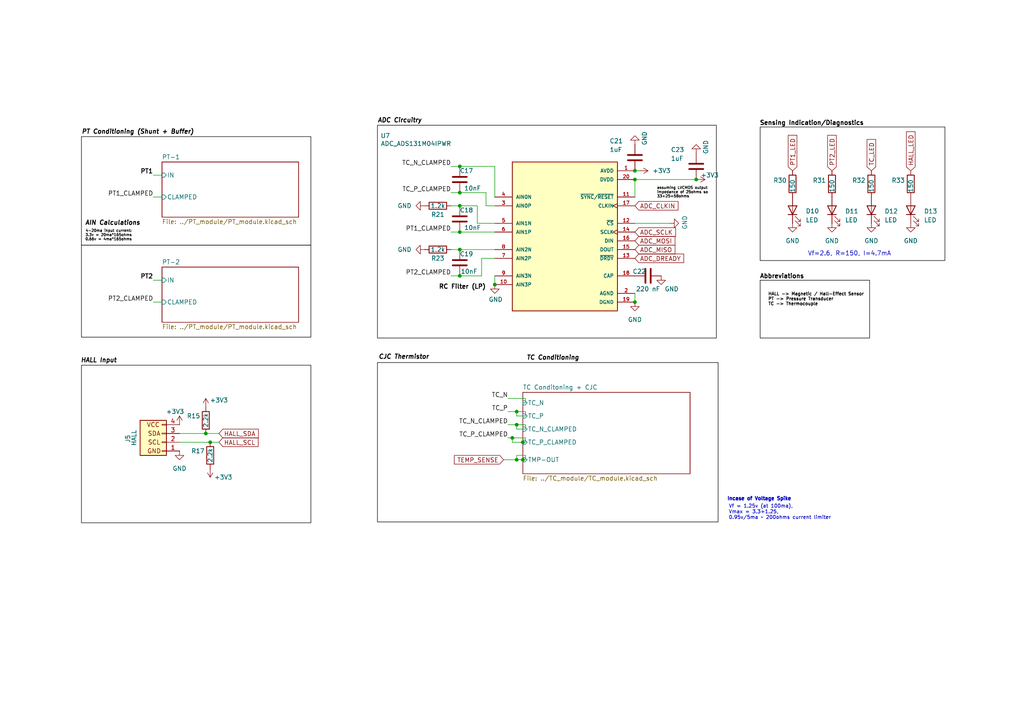
<source format=kicad_sch>
(kicad_sch (version 20231120) (generator "eeschema") (generator_version "8.0")
  (paper "A4")
  (title_block (title "ULC Board Sensor Circuitry") (rev "A") (company "Queen's Rocket Engineering Team") (comment 1 "Jeevan Sanchez"))
  (lib_symbols
    (symbol "ADS131M04:ADS131M04IPWR" (pin_names (offset 1.016))
      (property "Reference" "U" (at -15.24 23.86 0))
      (property "Value" "ADS131M04IPWR" (at -15.24 -24.32 0))
      (symbol "ADS131M04IPWR_0_0"
        (rectangle (start -15.24 -20.32) (end 15.24 22.86) (stroke (width 0.254)) (fill (type background)))
        (pin power_in line (at 20.32 20.32 180) (length 5.08) (name "AVDD") (number "1"))
        (pin input line (at -20.32 -12.7 0) (length 5.08) (name "AIN3P") (number "10"))
        (pin input line (at 20.32 12.7 180) (length 5.08) (name "~{SYNC}/~{RESET}") (number "11"))
        (pin input line (at 20.32 5.08 180) (length 5.08) (name "~{CS}") (number "12"))
        (pin output line (at 20.32 -5.08 180) (length 5.08) (name "~{DRDY}") (number "13"))
        (pin input clock (at 20.32 2.54 180) (length 5.08) (name "SCLK") (number "14"))
        (pin output line (at 20.32 -2.54 180) (length 5.08) (name "DOUT") (number "15"))
        (pin input line (at 20.32 0 180) (length 5.08) (name "DIN") (number "16"))
        (pin input clock (at 20.32 10.16 180) (length 5.08) (name "CLKIN") (number "17"))
        (pin output line (at 20.32 -10.16 180) (length 5.08) (name "CAP") (number "18"))
        (pin power_in line (at 20.32 -17.78 180) (length 5.08) (name "DGND") (number "19"))
        (pin power_in line (at 20.32 -15.24 180) (length 5.08) (name "AGND") (number "2"))
        (pin power_in line (at 20.32 17.78 180) (length 5.08) (name "DVDD") (number "20"))
        (pin input line (at -20.32 10.16 0) (length 5.08) (name "AIN0P") (number "3"))
        (pin input line (at -20.32 12.7 0) (length 5.08) (name "AIN0N") (number "4"))
        (pin input line (at -20.32 5.08 0) (length 5.08) (name "AIN1N") (number "5"))
        (pin input line (at -20.32 2.54 0) (length 5.08) (name "AIN1P") (number "6"))
        (pin input line (at -20.32 -5.08 0) (length 5.08) (name "AIN2P") (number "7"))
        (pin input line (at -20.32 -2.54 0) (length 5.08) (name "AIN2N") (number "8"))
        (pin input line (at -20.32 -10.16 0) (length 5.08) (name "AIN3N") (number "9"))
      )
    )
    (symbol "Connector_Generic:Conn_01x04" (pin_names (offset 1.016) hide)
      (property "Reference" "J2" (at 9.906 -1.016 90))
      (property "Value" "HALL" (at 8.128 -1.27 90))
      (symbol "Conn_01x04_1_1"
        (rectangle (start -1.27 -4.953) (end 0 -5.207) (stroke (width 0.1524)))
        (rectangle (start -1.27 -2.413) (end 0 -2.667) (stroke (width 0.1524)))
        (rectangle (start -1.27 0.127) (end 0 -0.127) (stroke (width 0.1524)))
        (rectangle (start -1.27 2.667) (end 0 2.413) (stroke (width 0.1524)))
        (rectangle (start -1.27 3.81) (end 6.35 -6.35) (stroke (width 0.254)) (fill (type background)))
        (text "GND" (at 2.286 2.54 0) (effects (font (size 1.27 1.27))))
        (text "SCL\n" (at 2.286 0 0) (effects (font (size 1.27 1.27))))
        (text "SDA\n" (at 2.286 -2.54 0) (effects (font (size 1.27 1.27))))
        (text "VCC\n" (at 2.54 -5.08 0) (effects (font (size 1.27 1.27))))
        (pin passive line (at -5.08 2.54 0) (length 3.81) (name "Pin_1") (number "1"))
        (pin passive line (at -5.08 0 0) (length 3.81) (name "Pin_2") (number "2"))
        (pin passive line (at -5.08 -2.54 0) (length 3.81) (name "Pin_3") (number "3"))
        (pin passive line (at -5.08 -5.08 0) (length 3.81) (name "Pin_4") (number "4"))
      )
    )
    (symbol "Device:C" (pin_numbers hide) (pin_names (offset 0.254))
      (property "Reference" "C" (at 0.635 2.54 0))
      (property "Value" "C" (at 0.635 -2.54 0))
      (symbol "C_0_1"
        (polyline (pts (xy -2.032 -0.762) (xy 2.032 -0.762)) (stroke (width 0.508)))
        (polyline (pts (xy -2.032 0.762) (xy 2.032 0.762)) (stroke (width 0.508)))
      )
      (symbol "C_1_1"
        (pin passive line (at 0 3.81 270) (length 2.794) (name "~") (number "1"))
        (pin passive line (at 0 -3.81 90) (length 2.794) (name "~") (number "2"))
      )
    )
    (symbol "Device:LED" (pin_numbers hide) (pin_names (offset 1.016) hide)
      (property "Reference" "D" (at 0 2.54 0))
      (property "Value" "LED" (at 0 -2.54 0))
      (symbol "LED_0_1"
        (polyline (pts (xy -1.27 -1.27) (xy -1.27 1.27)) (stroke (width 0.254)))
        (polyline (pts (xy -1.27 0) (xy 1.27 0)))
        (polyline (pts (xy 1.27 -1.27) (xy 1.27 1.27) (xy -1.27 0) (xy 1.27 -1.27)) (stroke (width 0.254)))
        (polyline (pts (xy -3.048 -0.762) (xy -4.572 -2.286) (xy -3.81 -2.286) (xy -4.572 -2.286) (xy -4.572 -1.524)))
        (polyline (pts (xy -1.778 -0.762) (xy -3.302 -2.286) (xy -2.54 -2.286) (xy -3.302 -2.286) (xy -3.302 -1.524)))
      )
      (symbol "LED_1_1"
        (pin passive line (at -3.81 0 0) (length 2.54) (name "K") (number "1"))
        (pin passive line (at 3.81 0 180) (length 2.54) (name "A") (number "2"))
      )
    )
    (symbol "Device:R" (pin_numbers hide) (pin_names (offset 0))
      (property "Reference" "R" (at 2.032 0 90))
      (property "Value" "R" (at 0 0 90))
      (symbol "R_0_1"
        (rectangle (start -1.016 -2.54) (end 1.016 2.54) (stroke (width 0.254)))
      )
      (symbol "R_1_1"
        (pin passive line (at 0 3.81 270) (length 1.27) (name "~") (number "1"))
        (pin passive line (at 0 -3.81 90) (length 1.27) (name "~") (number "2"))
      )
    )
    (symbol "power:+3V3" (power) (pin_numbers hide) (pin_names (offset 0) hide)
      (property "Value" "+3V3" (at 0 3.556 0))
      (symbol "+3V3_0_1"
        (polyline (pts (xy -0.762 1.27) (xy 0 2.54)))
        (polyline (pts (xy 0 0) (xy 0 2.54)))
        (polyline (pts (xy 0 2.54) (xy 0.762 1.27)))
      )
      (symbol "+3V3_1_1"
        (pin power_in line (at 0 0 90) (length 0) (name "~") (number "1"))
      )
    )
    (symbol "power:GND" (power) (pin_numbers hide) (pin_names (offset 0) hide)
      (property "Value" "GND" (at 0 -3.81 0))
      (symbol "GND_0_1"
        (polyline (pts (xy 0 0) (xy 0 -1.27) (xy 1.27 -1.27) (xy 0 -2.54) (xy -1.27 -1.27) (xy 0 -1.27)))
      )
      (symbol "GND_1_1"
        (pin power_in line (at 0 0 270) (length 0) (name "~") (number "1"))
      )
    )
  )
  (junction (at 59.69 125.73))
  (junction (at 133.35 80.01))
  (junction (at 60.96 128.27))
  (junction (at 184.15 52.07))
  (junction (at 151.638 128.27))
  (junction (at 149.86 133.35))
  (junction (at 149.86 119.38))
  (junction (at 133.35 55.88))
  (junction (at 184.15 87.63))
  (junction (at 201.93 52.07))
  (junction (at 133.35 67.31))
  (junction (at 143.51 82.55))
  (junction (at 133.35 59.69))
  (junction (at 151.638 133.35))
  (junction (at 149.86 123.19))
  (junction (at 133.35 48.26))
  (junction (at 148.59 127))
  (junction (at 133.35 72.39))
  (junction (at 184.15 49.53))
  (bus_entry (at 186.69 -88.9) (size 2.54 2.54))
  (wire (pts (xy 143.51 80.01) (xy 143.51 82.55)))
  (wire (pts (xy 148.59 128.27) (xy 151.638 128.27)))
  (wire (pts (xy 130.81 80.01) (xy 133.35 80.01)))
  (wire (pts (xy 152.4 119.38) (xy 152.4 120.65)))
  (wire (pts (xy 184.15 52.07) (xy 184.15 57.15)))
  (wire (pts (xy 130.81 48.26) (xy 133.35 48.26)))
  (wire (pts (xy 52.07 128.27) (xy 60.96 128.27)))
  (wire (pts (xy 149.86 119.38) (xy 152.4 119.38)))
  (wire (pts (xy 152.4 124.46) (xy 152.4 123.19)))
  (wire (pts (xy 151.638 116.84) (xy 152.4 116.84)))
  (wire (pts (xy 149.86 120.65) (xy 152.4 120.65)))
  (wire (pts (xy 149.86 123.19) (xy 152.4 123.19)))
  (wire (pts (xy 185.42 49.53) (xy 184.15 49.53)))
  (wire (pts (xy 130.81 59.69) (xy 133.35 59.69)))
  (wire (pts (xy 147.32 119.38) (xy 149.86 119.38)))
  (wire (pts (xy 59.69 125.73) (xy 63.5 125.73)))
  (wire (pts (xy 52.07 125.73) (xy 59.69 125.73)))
  (wire (pts (xy 139.7 74.93) (xy 143.51 74.93)))
  (wire (pts (xy 60.96 128.27) (xy 63.5 128.27)))
  (wire (pts (xy 140.97 55.88) (xy 140.97 59.69)))
  (wire (pts (xy 140.97 59.69) (xy 143.51 59.69)))
  (wire (pts (xy 194.31 64.77) (xy 184.15 64.77)))
  (wire (pts (xy 151.638 128.27) (xy 152.4 128.27)))
  (wire (pts (xy 148.59 128.27) (xy 148.59 127)))
  (wire (pts (xy 133.35 80.01) (xy 139.7 80.01)))
  (wire (pts (xy 152.4 133.35) (xy 152.4 132.08)))
  (wire (pts (xy 151.638 133.35) (xy 152.4 133.35)))
  (wire (pts (xy 130.81 72.39) (xy 133.35 72.39)))
  (wire (pts (xy 143.51 48.26) (xy 143.51 57.15)))
  (wire (pts (xy 152.4 116.84) (xy 152.4 115.57)))
  (wire (pts (xy 184.15 85.09) (xy 184.15 87.63)))
  (wire (pts (xy 138.43 64.77) (xy 143.51 64.77)))
  (wire (pts (xy 149.86 132.08) (xy 149.86 133.35)))
  (wire (pts (xy 147.32 127) (xy 148.59 127)))
  (wire (pts (xy 146.05 133.35) (xy 149.86 133.35)))
  (wire (pts (xy 152.4 127) (xy 148.59 127)))
  (wire (pts (xy 133.35 59.69) (xy 138.43 59.69)))
  (wire (pts (xy 149.86 120.65) (xy 149.86 119.38)))
  (wire (pts (xy 133.35 67.31) (xy 143.51 67.31)))
  (wire (pts (xy 130.81 55.88) (xy 133.35 55.88)))
  (wire (pts (xy 184.15 52.07) (xy 201.93 52.07)))
  (wire (pts (xy 149.86 124.46) (xy 152.4 124.46)))
  (wire (pts (xy 133.35 55.88) (xy 140.97 55.88)))
  (wire (pts (xy 149.86 123.19) (xy 149.86 124.46)))
  (wire (pts (xy 44.45 87.63) (xy 46.99 87.63)))
  (wire (pts (xy 44.45 57.15) (xy 46.99 57.15)))
  (wire (pts (xy 147.32 123.19) (xy 149.86 123.19)))
  (wire (pts (xy 149.86 133.35) (xy 151.638 133.35)))
  (wire (pts (xy 44.45 81.28) (xy 46.99 81.28)))
  (wire (pts (xy 44.45 50.8) (xy 46.99 50.8)))
  (wire (pts (xy 130.81 67.31) (xy 133.35 67.31)))
  (wire (pts (xy 133.35 48.26) (xy 143.51 48.26)))
  (wire (pts (xy 138.43 59.69) (xy 138.43 64.77)))
  (wire (pts (xy 152.4 128.27) (xy 152.4 127)))
  (wire (pts (xy 139.7 80.01) (xy 139.7 74.93)))
  (wire (pts (xy 152.4 132.08) (xy 149.86 132.08)))
  (wire (pts (xy 147.32 115.57) (xy 152.4 115.57)))
  (wire (pts (xy 133.35 72.39) (xy 143.51 72.39)))
  (rectangle (start 220.472 36.83) (end 274.066 75.565) (stroke (width 0) (color 0 0 0 1)))
  (rectangle (start 109.474 105.156) (end 208.28 151.384) (stroke (width 0) (color 0 0 0 1)))
  (rectangle (start 220.472 81.28) (end 252.222 98.044) (stroke (width 0) (color 0 0 0 1)))
  (rectangle (start 23.622 71.12) (end 90.17 97.79) (stroke (width 0) (color 0 0 0 1)))
  (rectangle (start 23.622 105.918) (end 90.17 151.638) (stroke (width 0) (color 0 0 0 1)))
  (rectangle (start 109.474 36.322) (end 207.772 98.044) (stroke (width 0) (color 0 0 0 1)))
  (rectangle (start 23.622 39.624) (end 90.17 71.12) (stroke (width 0) (color 0 0 0 1)))
  (text "assuming LVCMOS output \nimpedance of 25ohms so \n33+25=58ohms" (at 190.5 55.88 0) (effects (font (size 0.762 0.762)) (justify left)))
  (text "TC Conditioning" (at 152.654 103.886 0) (effects (font (size 1.27 1.27) (thickness 0.254) (bold yes) (italic yes)) (justify left)))
  (text "AIN Calculations" (at 24.638 64.77 0) (effects (font (size 1.27 1.27) (thickness 0.254) (bold yes) (italic yes)) (justify left)))
  (text "Vf = 1.25v (at 100ma),\nVmax = 3.3+1.25,\n0.95v/5ma ~ 200ohms current limiter" (at 211.328 148.59 0) (effects (font (size 1.016 1.016)) (justify left)))
  (text "CJC Thermistor" (at 109.728 103.632 0) (effects (font (size 1.27 1.27) (thickness 0.254) (bold yes) (italic yes)) (justify left)))
  (text "Sensing Indication/Diagnostics" (at 235.458 35.814 0) (effects (font (size 1.27 1.27) (thickness 0.254) (bold yes))))
  (text "PT Conditioning (Shunt + Buffer)" (at 23.622 38.354 0) (effects (font (size 1.27 1.27) (thickness 0.254) (bold yes) (italic yes)) (justify left)))
  (text "RC Filter (LP)" (at 134.112 83.312 0) (effects (font (size 1.27 1.27) (thickness 0.254) (bold yes))))
  (text "HALL -> Magnetic / Hall-Effect Sensor\nPT -> Pressure Transducer\nTC -> Thermocouple\n" (at 222.758 86.868 0) (effects (font (size 0.889 0.889) (thickness 0.1778) (bold yes)) (justify left)))
  (text "4-20ma input current:\n3.3v = 20ma*165ohms\n0.66v = 4ma*165ohms" (at 31.496 68.326 0) (effects (font (size 0.762 0.762))))
  (text "Incase of Voltage Spike" (at 220.218 144.78 0) (effects (font (size 1.016 1.016) (thickness 0.254) (bold yes))))
  (text "Abbreviations" (at 226.822 80.264 0) (effects (font (size 1.27 1.27) (thickness 0.254) (bold yes))))
  (text "ADC Circuitry" (at 109.474 35.052 0) (effects (font (size 1.27 1.27) (thickness 0.254) (bold yes) (italic yes)) (justify left)))
  (text "Vf=2.6, R=150, I=4.7mA" (at 246.38 73.66 0) (effects (font (size 1.27 1.27))))
  (text "HALL Input" (at 23.368 104.648 0) (effects (font (size 1.27 1.27) (thickness 0.254) (bold yes) (italic yes)) (justify left)))
  (label "TC_N" (at 147.32 115.57 180))
  (label "TC_N_CLAMPED" (at 147.32 123.19 180))
  (label "PT2_CLAMPED" (at 44.45 87.63 180))
  (label "PT1_CLAMPED" (at 130.81 67.31 180))
  (label "TC_P_CLAMPED" (at 147.32 127 180))
  (label "TC_N_CLAMPED" (at 130.81 48.26 180))
  (label "PT1_CLAMPED" (at 44.45 57.15 180))
  (label "PT2" (at 44.45 81.28 180) (effects (font (thickness 0.254) (bold yes))))
  (label "TC_P_CLAMPED" (at 130.81 55.88 180))
  (label "PT2_CLAMPED" (at 130.81 80.01 180))
  (label "PT1" (at 44.45 50.8 180) (effects (font (thickness 0.254) (bold yes))))
  (label "TC_P" (at 147.32 119.38 180))
  (global_label "PT1_LED" (shape input) (at 229.87 49.53 90) (property "Intersheetrefs" "${INTERSHEET_REFS}" (effects (hide yes))))
  (global_label "ADC_SCLK" (shape input) (at 184.15 67.31 0) (property "Intersheetrefs" "${INTERSHEET_REFS}" (effects (hide yes))))
  (global_label "ADC_DREADY" (shape input) (at 184.15 74.93 0) (property "Intersheetrefs" "${INTERSHEET_REFS}" (effects (hide yes))))
  (global_label "TC_LED" (shape input) (at 252.73 49.53 90) (property "Intersheetrefs" "${INTERSHEET_REFS}" (effects (hide yes))))
  (global_label "HALL_LED" (shape input) (at 264.16 49.53 90) (property "Intersheetrefs" "${INTERSHEET_REFS}" (effects (hide yes))))
  (global_label "HALL_SDA" (shape input) (at 63.5 125.73 0) (property "Intersheetrefs" "${INTERSHEET_REFS}" (effects (hide yes))))
  (global_label "ADC_MISO" (shape input) (at 184.15 72.39 0) (property "Intersheetrefs" "${INTERSHEET_REFS}" (effects (hide yes))))
  (global_label "ADC_CLKIN" (shape input) (at 184.15 59.69 0) (property "Intersheetrefs" "${INTERSHEET_REFS}" (effects (hide yes))))
  (global_label "ADC_MOSI" (shape input) (at 184.15 69.85 0) (property "Intersheetrefs" "${INTERSHEET_REFS}" (effects (hide yes))))
  (global_label "TEMP_SENSE" (shape input) (at 146.05 133.35 180) (property "Intersheetrefs" "${INTERSHEET_REFS}" (effects (hide yes))))
  (global_label "PT2_LED" (shape input) (at 241.3 49.53 90) (property "Intersheetrefs" "${INTERSHEET_REFS}" (effects (hide yes))))
  (global_label "HALL_SCL" (shape input) (at 63.5 128.27 0) (property "Intersheetrefs" "${INTERSHEET_REFS}" (effects (hide yes))))
  (symbol (lib_id "power:GND") (at 252.73 64.77 0) (unit 1)
    (property "Reference" "#PWR076" (effects (hide yes)))
    (property "Value" "GND" (at 252.73 69.85 0))
    (property "Description" "Power symbol creates a global label with name \"GND\" , ground" (effects (hide yes)))
  )
  (symbol (lib_id "power:GND") (at 229.87 64.77 0) (unit 1)
    (property "Reference" "#PWR073" (effects (hide yes)))
    (property "Value" "GND" (at 229.87 69.85 0))
    (property "Description" "Power symbol creates a global label with name \"GND\" , ground" (effects (hide yes)))
  )
  (symbol (lib_id "Device:LED") (at 241.3 60.96 90) (unit 1)
    (property "Reference" "D11" (at 245.11 61.2774 90) (effects (justify right)))
    (property "Value" "LED" (at 245.11 63.8174 90) (effects (justify right)))
    (property "Footprint" "LED_SMD:LED_0603_1608Metric" (effects (hide yes)))
    (property "Description" "Light emitting diode" (effects (hide yes)))
    (property "LCSC" "C2290" (effects (hide yes)))
  )
  (symbol (lib_id "Device:R") (at 127 72.39 90) (unit 1)
    (property "Reference" "R23" (at 127 74.93 90))
    (property "Value" "1.2k" (at 127 72.39 90))
    (property "Footprint" "Resistor_SMD:R_0603_1608Metric" (effects (hide yes)))
    (property "Description" "Resistor" (effects (hide yes)))
    (property "LCSC" "C22765" (effects (hide yes)))
  )
  (symbol (lib_id "Device:C") (at 201.93 48.26 0) (unit 1)
    (property "Reference" "C23" (at 194.564 43.434 0) (effects (justify left)))
    (property "Value" "1uF" (at 194.564 45.974 0) (effects (justify left)))
    (property "Footprint" "Capacitor_SMD:C_0603_1608Metric" (effects (hide yes)))
    (property "Description" "Unpolarized capacitor" (effects (hide yes)))
    (property "LCSC" "C15849" (effects (hide yes)))
  )
  (symbol (lib_id "Device:C") (at 133.35 76.2 0) (unit 1)
    (property "Reference" "C19" (at 133.35 73.66 0) (effects (justify left)))
    (property "Value" "10nF" (at 133.604 78.74 0) (effects (justify left)))
    (property "Footprint" "Capacitor_SMD:C_0603_1608Metric" (effects (hide yes)))
    (property "Description" "C0G Unpolarized capacitor" (effects (hide yes)))
    (property "LCSC" "C76599" (effects (hide yes)))
  )
  (symbol (lib_id "power:GND") (at 194.31 64.77 90) (unit 1)
    (property "Reference" "#PWR067" (effects (hide yes)))
    (property "Value" "GND" (at 198.628 62.484 0) (effects (justify right)))
    (property "Datasheet" "https://www.ti.com/lit/ds/symlink/drv5055.pdf?HQS=dis-dk-null-digikeymode-dsf-pf-null-wwe&ts=1641231273160" (effects (hide yes)))
    (property "Description" "Hall effect sensor." (effects (hide yes)))
  )
  (symbol (lib_id "Device:LED") (at 229.87 60.96 90) (unit 1)
    (property "Reference" "D10" (at 233.68 61.214 90) (effects (justify right)))
    (property "Value" "LED" (at 233.68 63.8174 90) (effects (justify right)))
    (property "Footprint" "LED_SMD:LED_0603_1608Metric" (effects (hide yes)))
    (property "Description" "Light emitting diode" (effects (hide yes)))
    (property "LCSC" "C2290" (effects (hide yes)))
  )
  (symbol (lib_id "Device:LED") (at 252.73 60.96 90) (unit 1)
    (property "Reference" "D12" (at 256.54 61.2774 90) (effects (justify right)))
    (property "Value" "LED" (at 256.54 63.8174 90) (effects (justify right)))
    (property "Footprint" "LED_SMD:LED_0603_1608Metric" (effects (hide yes)))
    (property "Description" "Light emitting diode" (effects (hide yes)))
    (property "LCSC" "C2290" (effects (hide yes)))
  )
  (symbol (lib_id "Device:C") (at 133.35 63.5 0) (unit 1)
    (property "Reference" "C18" (at 133.35 60.96 0) (effects (justify left)))
    (property "Value" "10nF" (at 134.62 66.04 0) (effects (justify left)))
    (property "Footprint" "Capacitor_SMD:C_0603_1608Metric" (effects (hide yes)))
    (property "Description" "C0G Unpolarized capacitor" (effects (hide yes)))
    (property "LCSC" "C76599" (effects (hide yes)))
  )
  (symbol (lib_id "power:GND") (at 143.51 82.55 0) (unit 1)
    (property "Reference" "#PWR061" (effects (hide yes)))
    (property "Value" "GND" (at 145.796 86.868 0) (effects (justify right)))
    (property "Datasheet" "https://www.ti.com/lit/ds/symlink/drv5055.pdf?HQS=dis-dk-null-digikeymode-dsf-pf-null-wwe&ts=1641231273160" (effects (hide yes)))
    (property "Description" "Hall effect sensor." (effects (hide yes)))
  )
  (symbol (lib_id "ADS131M04:ADS131M04IPWR") (at 163.83 69.85 0) (unit 1)
    (property "Reference" "U7" (at 111.76 39.37 0))
    (property "Value" "ADC_ADS131M04IPWR" (at 120.65 41.656 0))
    (property "Footprint" "ADS131M04IPWR:SOP65P640X120-20N" (effects (hide yes)))
    (property "Datasheet" "https://www.ti.com/general/docs/suppproductinfo.tsp?distId=10&gotoUrl=https%3A%2F%2Fwww.ti.com%2Flit%2Fgpn%2Fads131m04" (effects (hide yes)))
    (property "Description" "4-Channel ADC." (effects (hide yes)))
    (property "MF" "Texas Instruments" (effects (hide yes)))
    (property "MAXIMUM_PACKAGE_HEIGHT" "1.2 mm" (effects (hide yes)))
    (property "Package" "TSSOP-20 Texas Instruments" (effects (hide yes)))
    (property "Price" "None" (effects (hide yes)))
    (property "Check_prices" "https://www.snapeda.com/parts/ADS131M04IPWR/Texas+Instruments/view-part/?ref=eda" (effects (hide yes)))
    (property "STANDARD" "IPC 7351B" (effects (hide yes)))
    (property "PARTREV" "D" (effects (hide yes)))
    (property "SnapEDA_Link" "https://www.snapeda.com/parts/ADS131M04IPWR/Texas+Instruments/view-part/?ref=snap" (effects (hide yes)))
    (property "MP" "ADS131M04IPWR" (effects (hide yes)))
    (property "Description_1" "\n                        \n                            Four-channel, 24-bit, 64-kSPS, simultaneous-sampling, delta-sigma ADC\n                        \n" (effects (hide yes)))
    (property "Availability" "In Stock" (effects (hide yes)))
    (property "MANUFACTURER" "Texas Instruments" (effects (hide yes)))
    (property "LCSC" "C2862562" (effects (hide yes)))
  )
  (symbol (lib_id "power:GND") (at 123.19 59.69 270) (unit 1)
    (property "Reference" "#PWR056" (effects (hide yes)))
    (property "Value" "GND" (at 119.38 59.6899 90) (effects (justify right)))
    (property "Datasheet" "https://www.ti.com/lit/ds/symlink/drv5055.pdf?HQS=dis-dk-null-digikeymode-dsf-pf-null-wwe&ts=1641231273160" (effects (hide yes)))
    (property "Description" "Hall effect sensor." (effects (hide yes)))
  )
  (symbol (lib_id "power:GND") (at 191.77 80.01 0) (unit 1)
    (property "Reference" "#PWR066" (effects (hide yes)))
    (property "Value" "GND" (at 196.85 83.82 0) (effects (justify right)))
    (property "Description" "Power symbol creates a global label with name \"GND\" , ground" (effects (hide yes)))
  )
  (symbol (lib_id "Connector_Generic:Conn_01x04") (at 46.99 128.27 180) (unit 1)
    (property "Reference" "J5" (at 37.084 127.254 90))
    (property "Value" "HALL" (at 38.862 127 90))
    (property "Footprint" "53047-0460:MOLEX_53047-0460" (effects (hide yes)))
    (property "Datasheet" "https://www.digikey.ca/en/products/detail/molex/0530470460/15622924" (effects (hide yes)))
    (property "Description" "HALL Sensor 4-pin Connector" (effects (hide yes)))
    (property "Digikey" "900-0530470460-ND" (effects (hide yes)))
  )
  (symbol (lib_id "Device:C") (at 184.15 45.72 0) (unit 1)
    (property "Reference" "C21" (at 176.784 40.894 0) (effects (justify left)))
    (property "Value" "1uF" (at 176.784 43.434 0) (effects (justify left)))
    (property "Footprint" "Capacitor_SMD:C_0603_1608Metric" (effects (hide yes)))
    (property "Description" "Unpolarized capacitor" (effects (hide yes)))
    (property "LCSC" "C15849" (effects (hide yes)))
  )
  (symbol (lib_id "power:GND") (at 184.15 41.91 180) (unit 1)
    (property "Reference" "#PWR063" (effects (hide yes)))
    (property "Value" "GND" (at 186.944 42.164 90) (effects (justify right)))
    (property "Description" "Power symbol creates a global label with name \"GND\" , ground" (effects (hide yes)))
  )
  (symbol (lib_id "power:+3V3") (at 52.07 123.19 0) (unit 1)
    (property "Reference" "#PWR046" (effects (hide yes)))
    (property "Value" "+3V3" (at 50.8 119.38 0))
    (property "Description" "Power symbol creates a global label with name \"+3V3\"" (effects (hide yes)))
  )
  (symbol (lib_id "Device:R") (at 229.87 53.34 0) (unit 1)
    (property "Reference" "R30" (at 224.282 52.324 0) (effects (justify left)))
    (property "Value" "150" (at 229.87 55.88 90) (effects (justify left)))
    (property "Footprint" "Resistor_SMD:R_0603_1608Metric" (effects (hide yes)))
    (property "Description" "Resistor" (effects (hide yes)))
    (property "LCSC" "C22808" (effects (hide yes)))
  )
  (symbol (lib_id "power:GND") (at 264.16 64.77 0) (unit 1)
    (property "Reference" "#PWR078" (effects (hide yes)))
    (property "Value" "GND" (at 264.16 69.85 0))
    (property "Description" "Power symbol creates a global label with name \"GND\" , ground" (effects (hide yes)))
  )
  (symbol (lib_id "power:+3V3") (at 201.93 52.07 270) (unit 1)
    (property "Reference" "#PWR069" (effects (hide yes)))
    (property "Value" "+3V3" (at 203.2 50.8 90) (effects (justify left)))
    (property "Description" "Power symbol creates a global label with name \"+3V3\"" (effects (hide yes)))
  )
  (symbol (lib_id "power:GND") (at 123.19 72.39 270) (unit 1)
    (property "Reference" "#PWR057" (effects (hide yes)))
    (property "Value" "GND" (at 119.38 72.3899 90) (effects (justify right)))
    (property "Datasheet" "https://www.ti.com/lit/ds/symlink/drv5055.pdf?HQS=dis-dk-null-digikeymode-dsf-pf-null-wwe&ts=1641231273160" (effects (hide yes)))
    (property "Description" "Hall effect sensor." (effects (hide yes)))
  )
  (symbol (lib_id "power:GND") (at 184.15 87.63 0) (unit 1)
    (property "Reference" "#PWR065" (effects (hide yes)))
    (property "Value" "GND" (at 184.15 92.71 0))
    (property "Datasheet" "https://www.ti.com/lit/ds/symlink/drv5055.pdf?HQS=dis-dk-null-digikeymode-dsf-pf-null-wwe&ts=1641231273160" (effects (hide yes)))
    (property "Description" "Hall effect sensor." (effects (hide yes)))
  )
  (symbol (lib_id "Device:C") (at 187.96 80.01 90) (unit 1)
    (property "Reference" "C22" (at 185.42 78.74 90))
    (property "Value" "220 nF" (at 187.96 83.82 90))
    (property "Footprint" "Capacitor_SMD:C_0805_2012Metric" (effects (hide yes)))
    (property "Description" "Unpolarized capacitor" (effects (hide yes)))
    (property "LCSC" "C5378" (effects (hide yes)))
  )
  (symbol (lib_id "power:GND") (at 201.93 44.45 180) (unit 1)
    (property "Reference" "#PWR068" (effects (hide yes)))
    (property "Value" "GND" (at 204.724 44.704 90) (effects (justify right)))
    (property "Description" "Power symbol creates a global label with name \"GND\" , ground" (effects (hide yes)))
  )
  (symbol (lib_id "Device:R") (at 252.73 53.34 0) (unit 1)
    (property "Reference" "R32" (at 247.142 52.324 0) (effects (justify left)))
    (property "Value" "150" (at 252.73 55.88 90) (effects (justify left)))
    (property "Footprint" "Resistor_SMD:R_0603_1608Metric" (effects (hide yes)))
    (property "Description" "Resistor" (effects (hide yes)))
    (property "LCSC" "C22808" (effects (hide yes)))
  )
  (symbol (lib_id "Device:R") (at 60.96 132.08 180) (unit 1)
    (property "Reference" "R17" (at 57.404 130.81 0))
    (property "Value" "2.2k" (at 60.96 132.08 90))
    (property "Footprint" "Resistor_SMD:R_0603_1608Metric" (effects (hide yes)))
    (property "Description" "Resistor" (effects (hide yes)))
    (property "LCSC" "C4190" (effects (hide yes)))
  )
  (symbol (lib_id "power:+3V3") (at 185.42 49.53 270) (unit 1)
    (property "Reference" "#PWR064" (effects (hide yes)))
    (property "Value" "+3V3" (at 189.23 49.5299 90) (effects (justify left)))
    (property "Description" "Power symbol creates a global label with name \"+3V3\"" (effects (hide yes)))
  )
  (symbol (lib_id "power:+3V3") (at 60.96 135.89 180) (unit 1)
    (property "Reference" "#PWR050" (effects (hide yes)))
    (property "Value" "+3V3" (at 64.77 138.43 0))
    (property "Description" "Power symbol creates a global label with name \"+3V3\"" (effects (hide yes)))
  )
  (symbol (lib_id "Device:LED") (at 264.16 60.96 90) (unit 1)
    (property "Reference" "D13" (at 267.97 61.2774 90) (effects (justify right)))
    (property "Value" "LED" (at 267.97 63.8174 90) (effects (justify right)))
    (property "Footprint" "LED_SMD:LED_0603_1608Metric" (effects (hide yes)))
    (property "Description" "Light emitting diode" (effects (hide yes)))
    (property "LCSC" "C2290" (effects (hide yes)))
  )
  (symbol (lib_id "Device:R") (at 264.16 53.34 0) (unit 1)
    (property "Reference" "R33" (at 258.572 52.324 0) (effects (justify left)))
    (property "Value" "150" (at 264.16 55.88 90) (effects (justify left)))
    (property "Footprint" "Resistor_SMD:R_0603_1608Metric" (effects (hide yes)))
    (property "Description" "Resistor" (effects (hide yes)))
    (property "LCSC" "C22808" (effects (hide yes)))
  )
  (symbol (lib_id "Device:R") (at 241.3 53.34 0) (unit 1)
    (property "Reference" "R31" (at 235.712 52.324 0) (effects (justify left)))
    (property "Value" "150" (at 241.3 55.88 90) (effects (justify left)))
    (property "Footprint" "Resistor_SMD:R_0603_1608Metric" (effects (hide yes)))
    (property "Description" "Resistor" (effects (hide yes)))
    (property "LCSC" "C22808" (effects (hide yes)))
  )
  (symbol (lib_id "power:+3V3") (at 59.69 118.11 0) (unit 1)
    (property "Reference" "#PWR048" (effects (hide yes)))
    (property "Value" "+3V3" (at 63.5 116.078 0))
    (property "Description" "Power symbol creates a global label with name \"+3V3\"" (effects (hide yes)))
  )
  (symbol (lib_id "Device:R") (at 127 59.69 90) (unit 1)
    (property "Reference" "R21" (at 127 62.23 90))
    (property "Value" "1.2k" (at 127 59.69 90))
    (property "Footprint" "Resistor_SMD:R_0603_1608Metric" (effects (hide yes)))
    (property "Description" "Resistor" (effects (hide yes)))
    (property "LCSC" "C22765" (effects (hide yes)))
  )
  (symbol (lib_id "Device:R") (at 59.69 121.92 180) (unit 1)
    (property "Reference" "R15" (at 56.134 120.65 0))
    (property "Value" "2.2k" (at 59.69 121.92 90))
    (property "Footprint" "Resistor_SMD:R_0603_1608Metric" (effects (hide yes)))
    (property "Description" "Resistor" (effects (hide yes)))
    (property "LCSC" "C4190" (effects (hide yes)))
  )
  (symbol (lib_id "power:GND") (at 241.3 64.77 0) (unit 1)
    (property "Reference" "#PWR075" (effects (hide yes)))
    (property "Value" "GND" (at 241.3 69.85 0))
    (property "Description" "Power symbol creates a global label with name \"GND\" , ground" (effects (hide yes)))
  )
  (symbol (lib_id "power:GND") (at 52.07 130.81 0) (unit 1)
    (property "Reference" "#PWR047" (effects (hide yes)))
    (property "Value" "GND" (at 52.07 135.89 0))
    (property "Datasheet" "https://www.ti.com/lit/ds/symlink/drv5055.pdf?HQS=dis-dk-null-digikeymode-dsf-pf-null-wwe&ts=1641231273160" (effects (hide yes)))
    (property "Description" "Hall effect sensor." (effects (hide yes)))
  )
  (symbol (lib_id "Device:C") (at 133.35 52.07 0) (unit 1)
    (property "Reference" "C17" (at 133.35 49.53 0) (effects (justify left)))
    (property "Value" "10nF" (at 134.62 54.61 0) (effects (justify left)))
    (property "Footprint" "Capacitor_SMD:C_0603_1608Metric" (effects (hide yes)))
    (property "Description" "C0G Unpolarized capacitor" (effects (hide yes)))
    (property "LCSC" "C76599" (effects (hide yes)))
  )
  (sheet (at 46.99 46.99) (size 39.624 16.002) (stroke (width 0.1524))
    (property "Sheetname" "PT-1" (at 46.99 46.2784 0) (effects (justify left bottom)))
    (property "Sheetfile" "../PT_module/PT_module.kicad_sch" (at 46.99 63.5766 0) (effects (justify left top)))
    (pin "CLAMPED" input (at 46.99 57.15 180))
    (pin "IN" input (at 46.99 50.8 180))
  )
  (sheet (at 46.99 77.47) (size 39.624 16.002) (stroke (width 0.1524))
    (property "Sheetname" "PT-2" (at 46.99 76.7584 0) (effects (justify left bottom)))
    (property "Sheetfile" "../PT_module/PT_module.kicad_sch" (at 46.99 94.0566 0) (effects (justify left top)))
    (pin "CLAMPED" input (at 46.99 87.63 180))
    (pin "IN" input (at 46.99 81.28 180))
  )
  (sheet (at 151.638 113.792) (size 48.514 23.622) (stroke (width 0.1524))
    (property "Sheetname" "TC Conditoning + CJC" (at 151.638 113.0804 0) (effects (justify left bottom)))
    (property "Sheetfile" "../TC_module/TC_module.kicad_sch" (at 151.638 137.9986 0) (effects (justify left top)))
    (pin "TC_N_CLAMPED" input (at 151.638 124.46 180))
    (pin "TC_N" input (at 151.638 116.84 180))
    (pin "TMP-OUT" input (at 151.638 133.35 180))
    (pin "TC_P" input (at 151.638 120.65 180))
    (pin "TC_P_CLAMPED" input (at 151.638 128.27 180))
  )
)
</source>
